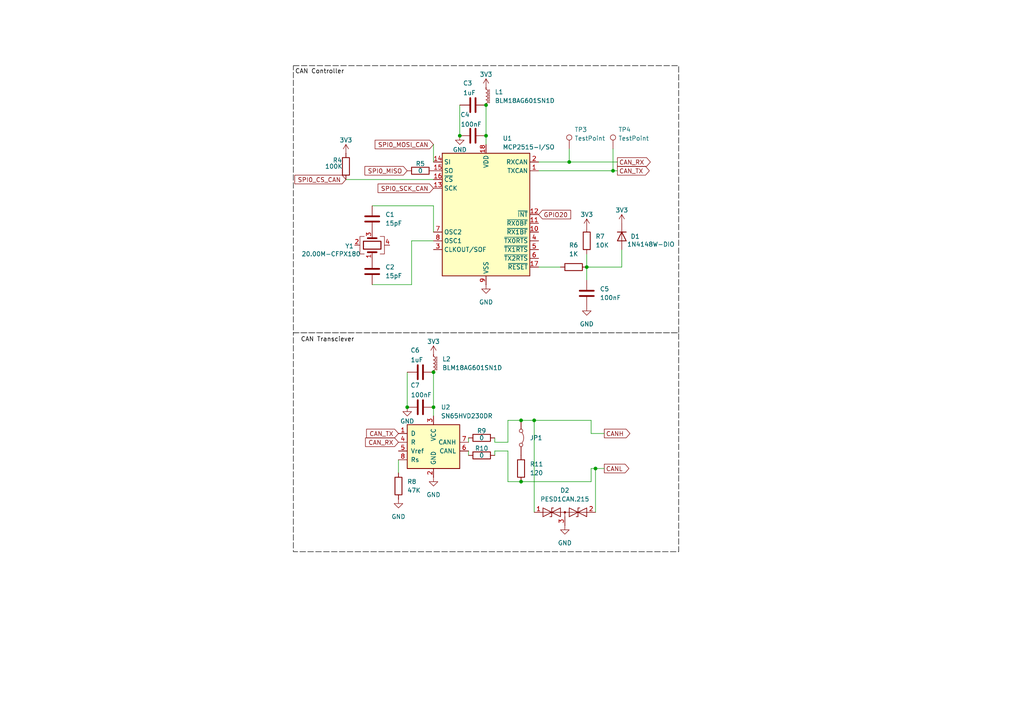
<source format=kicad_sch>
(kicad_sch (version 20250114) (generator "eeschema") (generator_version "9.0")
  (paper "A4")
  (title_block (title "CAN-Interface") (date "2025-10-26") (rev "1.0") (company "PKl"))
  (lib_symbols
    (symbol "Connector:TestPoint" (pin_numbers (hide yes)) (pin_names (offset 0.762) (hide yes))
      (property "Reference" "TP" (at 0 6.858 0))
      (property "Value" "TestPoint" (at 0 5.08 0))
      (symbol "TestPoint_0_1"
        (circle (center 0 3.302) (radius 0.762))
      )
      (symbol "TestPoint_1_1"
        (pin passive line (at 0 0 90) (length 2.54) (name "1") (number "1"))
      )
    )
    (symbol "Device:C" (pin_numbers (hide yes)) (pin_names (offset 0.254))
      (property "Reference" "C" (at 0.635 2.54 0))
      (property "Value" "C" (at 0.635 -2.54 0))
      (symbol "C_0_1"
        (polyline (pts (xy -2.032 0.762) (xy 2.032 0.762)) (stroke (width 0.508)))
        (polyline (pts (xy -2.032 -0.762) (xy 2.032 -0.762)) (stroke (width 0.508)))
      )
      (symbol "C_1_1"
        (pin passive line (at 0 3.81 270) (length 2.794) (name "~") (number "1"))
        (pin passive line (at 0 -3.81 90) (length 2.794) (name "~") (number "2"))
      )
    )
    (symbol "Device:Crystal_GND24" (pin_names (offset 1.016) (hide yes))
      (property "Reference" "Y" (at 3.175 5.08 0))
      (property "Value" "Crystal_GND24" (at 3.175 3.175 0))
      (symbol "Crystal_GND24_0_1"
        (polyline (pts (xy -2.54 2.286) (xy -2.54 3.556) (xy 2.54 3.556) (xy 2.54 2.286)))
        (polyline (pts (xy -2.54 0) (xy -2.032 0)))
        (polyline (pts (xy -2.54 -2.286) (xy -2.54 -3.556) (xy 2.54 -3.556) (xy 2.54 -2.286)))
        (polyline (pts (xy -2.032 -1.27) (xy -2.032 1.27)) (stroke (width 0.508)))
        (rectangle (start -1.143 2.54) (end 1.143 -2.54) (stroke (width 0.3048)))
        (polyline (pts (xy 0 3.556) (xy 0 3.81)))
        (polyline (pts (xy 0 -3.81) (xy 0 -3.556)))
        (polyline (pts (xy 2.032 0) (xy 2.54 0)))
        (polyline (pts (xy 2.032 -1.27) (xy 2.032 1.27)) (stroke (width 0.508)))
      )
      (symbol "Crystal_GND24_1_1"
        (pin passive line (at -3.81 0 0) (length 1.27) (name "1") (number "1"))
        (pin passive line (at 0 5.08 270) (length 1.27) (name "2") (number "2"))
        (pin passive line (at 0 -5.08 90) (length 1.27) (name "4") (number "4"))
        (pin passive line (at 3.81 0 180) (length 1.27) (name "3") (number "3"))
      )
    )
    (symbol "Device:L_Ferrite_Small" (pin_numbers (hide yes)) (pin_names (offset 0.254) (hide yes))
      (property "Reference" "L" (at 1.27 1.016 0))
      (property "Value" "L_Ferrite_Small" (at 1.27 -1.27 0))
      (symbol "L_Ferrite_Small_0_1"
        (arc (start 0 2.032) (mid 0.5058 1.524) (end 0 1.016))
        (arc (start 0 1.016) (mid 0.5058 0.508) (end 0 0))
        (arc (start 0 0) (mid 0.5058 -0.508) (end 0 -1.016))
        (arc (start 0 -1.016) (mid 0.5058 -1.524) (end 0 -2.032))
        (polyline (pts (xy 0.762 1.651) (xy 0.762 1.905)))
        (polyline (pts (xy 0.762 1.143) (xy 0.762 1.397)))
        (polyline (pts (xy 0.762 0.635) (xy 0.762 0.889)))
        (polyline (pts (xy 0.762 0.127) (xy 0.762 0.381)))
        (polyline (pts (xy 0.762 -0.381) (xy 0.762 -0.127)))
        (polyline (pts (xy 0.762 -0.889) (xy 0.762 -0.635)))
        (polyline (pts (xy 0.762 -1.397) (xy 0.762 -1.143)))
        (polyline (pts (xy 0.762 -1.905) (xy 0.762 -1.651)))
        (polyline (pts (xy 1.016 1.905) (xy 1.016 1.651)))
        (polyline (pts (xy 1.016 1.397) (xy 1.016 1.143)))
        (polyline (pts (xy 1.016 0.889) (xy 1.016 0.635)))
        (polyline (pts (xy 1.016 0.381) (xy 1.016 0.127)))
        (polyline (pts (xy 1.016 -0.127) (xy 1.016 -0.381)))
        (polyline (pts (xy 1.016 -0.635) (xy 1.016 -0.889)))
        (polyline (pts (xy 1.016 -1.143) (xy 1.016 -1.397)))
        (polyline (pts (xy 1.016 -1.651) (xy 1.016 -1.905)))
      )
      (symbol "L_Ferrite_Small_1_1"
        (pin passive line (at 0 2.54 270) (length 0.508) (name "~") (number "1"))
        (pin passive line (at 0 -2.54 90) (length 0.508) (name "~") (number "2"))
      )
    )
    (symbol "Device:R" (pin_numbers (hide yes)) (pin_names (offset 0))
      (property "Reference" "R" (at 2.032 0 90))
      (property "Value" "R" (at 0 0 90))
      (symbol "R_0_1"
        (rectangle (start -1.016 -2.54) (end 1.016 2.54) (stroke (width 0.254)))
      )
      (symbol "R_1_1"
        (pin passive line (at 0 3.81 270) (length 1.27) (name "~") (number "1"))
        (pin passive line (at 0 -3.81 90) (length 1.27) (name "~") (number "2"))
      )
    )
    (symbol "Diode:1N4148W" (pin_numbers (hide yes)) (pin_names (hide yes))
      (property "Reference" "D" (at 0 2.54 0))
      (property "Value" "1N4148W" (at 0 -2.54 0))
      (symbol "1N4148W_0_1"
        (polyline (pts (xy -1.27 1.27) (xy -1.27 -1.27)) (stroke (width 0.254)))
        (polyline (pts (xy 1.27 1.27) (xy 1.27 -1.27) (xy -1.27 0) (xy 1.27 1.27)) (stroke (width 0.254)))
        (polyline (pts (xy 1.27 0) (xy -1.27 0)))
      )
      (symbol "1N4148W_1_1"
        (pin passive line (at -3.81 0 0) (length 2.54) (name "K") (number "1"))
        (pin passive line (at 3.81 0 180) (length 2.54) (name "A") (number "2"))
      )
    )
    (symbol "Diode:SM712_SOT23" (pin_names (offset 1.016) (hide yes))
      (property "Reference" "D" (at 0 4.445 0))
      (property "Value" "SM712_SOT23" (at 0 2.54 0))
      (symbol "SM712_SOT23_0_0"
        (polyline (pts (xy 0 -1.27) (xy 0 0)))
      )
      (symbol "SM712_SOT23_0_1"
        (polyline (pts (xy -6.35 0) (xy 6.35 0)))
        (polyline (pts (xy -6.35 -1.27) (xy -1.27 1.27) (xy -1.27 -1.27) (xy -6.35 1.27) (xy -6.35 -1.27)) (stroke (width 0.2032)))
        (polyline (pts (xy -3.302 1.27) (xy -3.81 1.27) (xy -3.81 -1.27) (xy -4.318 -1.27)) (stroke (width 0.2032)))
        (circle (center 0 0) (radius 0.254) (fill (type outline)))
        (polyline (pts (xy 1.27 -1.27) (xy 1.27 1.27) (xy 6.35 -1.27) (xy 6.35 1.27) (xy 1.27 -1.27)) (stroke (width 0.2032)))
        (polyline (pts (xy 4.318 1.27) (xy 3.81 1.27) (xy 3.81 -1.27) (xy 3.302 -1.27)) (stroke (width 0.2032)))
      )
      (symbol "SM712_SOT23_1_1"
        (pin passive line (at -8.89 0 0) (length 2.54) (name "A1") (number "1"))
        (pin input line (at 0 -3.81 90) (length 2.54) (name "common") (number "3"))
        (pin passive line (at 8.89 0 180) (length 2.54) (name "A2") (number "2"))
      )
    )
    (symbol "Interface_CAN_LIN:MCP2515-xSO"
      (property "Reference" "U" (at -10.16 19.685 0))
      (property "Value" "MCP2515-xSO" (at 19.05 20.32 0))
      (symbol "MCP2515-xSO_0_1"
        (rectangle (start -12.7 17.78) (end 12.7 -17.78) (stroke (width 0.254)) (fill (type background)))
      )
      (symbol "MCP2515-xSO_1_1"
        (pin input line (at -15.24 15.24 0) (length 2.54) (name "SI") (number "14"))
        (pin output line (at -15.24 12.7 0) (length 2.54) (name "SO") (number "15"))
        (pin input line (at -15.24 10.16 0) (length 2.54) (name "~{CS}") (number "16"))
        (pin input line (at -15.24 7.62 0) (length 2.54) (name "SCK") (number "13"))
        (pin output line (at -15.24 -5.08 0) (length 2.54) (name "OSC2") (number "7"))
        (pin input line (at -15.24 -7.62 0) (length 2.54) (name "OSC1") (number "8"))
        (pin output line (at -15.24 -10.16 0) (length 2.54) (name "CLKOUT/SOF") (number "3"))
        (pin power_in line (at 0 20.32 270) (length 2.54) (name "VDD") (number "18"))
        (pin power_in line (at 0 -20.32 90) (length 2.54) (name "VSS") (number "9"))
        (pin input line (at 15.24 15.24 180) (length 2.54) (name "RXCAN") (number "2"))
        (pin output line (at 15.24 12.7 180) (length 2.54) (name "TXCAN") (number "1"))
        (pin output line (at 15.24 0 180) (length 2.54) (name "~{INT}") (number "12"))
        (pin output line (at 15.24 -2.54 180) (length 2.54) (name "~{RX0BF}") (number "11"))
        (pin output line (at 15.24 -5.08 180) (length 2.54) (name "~{RX1BF}") (number "10"))
        (pin input line (at 15.24 -7.62 180) (length 2.54) (name "~{TX0RTS}") (number "4"))
        (pin input line (at 15.24 -10.16 180) (length 2.54) (name "~{TX1RTS}") (number "5"))
        (pin input line (at 15.24 -12.7 180) (length 2.54) (name "~{TX2RTS}") (number "6"))
        (pin input line (at 15.24 -15.24 180) (length 2.54) (name "~{RESET}") (number "17"))
      )
    )
    (symbol "Interface_CAN_LIN:SN65HVD230" (pin_names (offset 1.016))
      (property "Reference" "U" (at -2.54 10.16 0))
      (property "Value" "SN65HVD230" (at -2.54 7.62 0))
      (symbol "SN65HVD230_0_1"
        (rectangle (start -7.62 5.08) (end 7.62 -7.62) (stroke (width 0.254)) (fill (type background)))
      )
      (symbol "SN65HVD230_1_1"
        (pin input line (at -10.16 2.54 0) (length 2.54) (name "D") (number "1"))
        (pin output line (at -10.16 0 0) (length 2.54) (name "R") (number "4"))
        (pin output line (at -10.16 -2.54 0) (length 2.54) (name "Vref") (number "5"))
        (pin input line (at -10.16 -5.08 0) (length 2.54) (name "Rs") (number "8"))
        (pin power_in line (at 0 7.62 270) (length 2.54) (name "VCC") (number "3"))
        (pin power_in line (at 0 -10.16 90) (length 2.54) (name "GND") (number "2"))
        (pin bidirectional line (at 10.16 0 180) (length 2.54) (name "CANH") (number "7"))
        (pin bidirectional line (at 10.16 -2.54 180) (length 2.54) (name "CANL") (number "6"))
      )
    )
    (symbol "Jumper:Jumper_2_Bridged" (pin_numbers (hide yes)) (pin_names (offset 0) (hide yes))
      (property "Reference" "JP" (at 0 1.905 0))
      (property "Value" "Jumper_2_Bridged" (at 0 -2.54 0))
      (symbol "Jumper_2_Bridged_0_0"
        (circle (center -2.032 0) (radius 0.508))
        (circle (center 2.032 0) (radius 0.508))
      )
      (symbol "Jumper_2_Bridged_0_1"
        (arc (start -1.524 0.254) (mid 0 0.762) (end 1.524 0.254))
      )
      (symbol "Jumper_2_Bridged_1_1"
        (pin passive line (at -5.08 0 0) (length 2.54) (name "A") (number "1"))
        (pin passive line (at 5.08 0 180) (length 2.54) (name "B") (number "2"))
      )
    )
    (symbol "power:+3.3V" (power) (pin_numbers (hide yes)) (pin_names (offset 0) (hide yes))
      (property "Value" "+3.3V" (at 0 3.556 0))
      (symbol "+3.3V_0_1"
        (polyline (pts (xy -0.762 1.27) (xy 0 2.54)))
        (polyline (pts (xy 0 2.54) (xy 0.762 1.27)))
        (polyline (pts (xy 0 0) (xy 0 2.54)))
      )
      (symbol "+3.3V_1_1"
        (pin power_in line (at 0 0 90) (length 0) (name "~") (number "1"))
      )
    )
    (symbol "power:GND" (power) (pin_numbers (hide yes)) (pin_names (offset 0) (hide yes))
      (property "Value" "GND" (at 0 -3.81 0))
      (symbol "GND_0_1"
        (polyline (pts (xy 0 0) (xy 0 -1.27) (xy 1.27 -1.27) (xy 0 -2.54) (xy -1.27 -1.27) (xy 0 -1.27)))
      )
      (symbol "GND_1_1"
        (pin power_in line (at 0 0 270) (length 0) (name "~") (number "1"))
      )
    )
  )
  (rectangle (start 85.09 19.05) (end 196.85 96.52) (stroke (width 0) (type dash) (color 0 0 0 1)))
  (rectangle (start 85.09 96.52) (end 196.85 160.02) (stroke (width 0) (type dash) (color 0 0 0 1)))
  (text "CAN Transciever" (at 94.996 98.552 0) (effects (font (size 1.27 1.27))))
  (text "CAN Controller" (at 92.71 20.828 0) (effects (font (size 1.27 1.27))))
  (junction (at 165.1 46.99))
  (junction (at 118.11 118.11))
  (junction (at 151.13 121.92))
  (junction (at 125.73 118.11))
  (junction (at 170.18 77.47))
  (junction (at 133.35 39.37))
  (junction (at 125.73 107.95))
  (junction (at 140.97 39.37))
  (junction (at 140.97 30.48))
  (junction (at 172.72 135.89))
  (junction (at 151.13 139.7))
  (junction (at 177.8 49.53))
  (junction (at 154.94 121.92))
  (wire (pts (xy 171.45 139.7) (xy 171.45 135.89)))
  (wire (pts (xy 133.35 30.48) (xy 133.35 39.37)))
  (wire (pts (xy 100.33 52.07) (xy 125.73 52.07)))
  (wire (pts (xy 177.8 43.18) (xy 177.8 49.53)))
  (wire (pts (xy 118.11 107.95) (xy 118.11 118.11)))
  (wire (pts (xy 170.18 77.47) (xy 180.34 77.47)))
  (wire (pts (xy 154.94 121.92) (xy 154.94 148.59)))
  (wire (pts (xy 125.73 69.85) (xy 119.38 69.85)))
  (wire (pts (xy 125.73 59.69) (xy 125.73 67.31)))
  (wire (pts (xy 115.57 133.35) (xy 115.57 137.16)))
  (wire (pts (xy 143.51 127) (xy 143.51 128.27)))
  (wire (pts (xy 147.32 130.81) (xy 147.32 139.7)))
  (wire (pts (xy 125.73 41.91) (xy 125.73 46.99)))
  (wire (pts (xy 125.73 118.11) (xy 125.73 120.65)))
  (wire (pts (xy 143.51 132.08) (xy 143.51 130.81)))
  (wire (pts (xy 147.32 121.92) (xy 151.13 121.92)))
  (wire (pts (xy 119.38 82.55) (xy 107.95 82.55)))
  (wire (pts (xy 170.18 73.66) (xy 170.18 77.47)))
  (wire (pts (xy 171.45 125.73) (xy 175.26 125.73)))
  (wire (pts (xy 125.73 107.95) (xy 125.73 118.11)))
  (wire (pts (xy 172.72 135.89) (xy 172.72 148.59)))
  (wire (pts (xy 171.45 135.89) (xy 172.72 135.89)))
  (wire (pts (xy 156.21 77.47) (xy 162.56 77.47)))
  (wire (pts (xy 165.1 43.18) (xy 165.1 46.99)))
  (wire (pts (xy 179.07 46.99) (xy 165.1 46.99)))
  (wire (pts (xy 171.45 121.92) (xy 171.45 125.73)))
  (wire (pts (xy 151.13 121.92) (xy 154.94 121.92)))
  (wire (pts (xy 107.95 59.69) (xy 125.73 59.69)))
  (wire (pts (xy 154.94 121.92) (xy 171.45 121.92)))
  (wire (pts (xy 119.38 69.85) (xy 119.38 82.55)))
  (wire (pts (xy 140.97 39.37) (xy 140.97 41.91)))
  (wire (pts (xy 135.89 127) (xy 135.89 128.27)))
  (wire (pts (xy 135.89 130.81) (xy 135.89 132.08)))
  (wire (pts (xy 147.32 121.92) (xy 147.32 128.27)))
  (wire (pts (xy 165.1 46.99) (xy 156.21 46.99)))
  (wire (pts (xy 177.8 49.53) (xy 156.21 49.53)))
  (wire (pts (xy 172.72 135.89) (xy 175.26 135.89)))
  (wire (pts (xy 170.18 77.47) (xy 170.18 81.28)))
  (wire (pts (xy 179.07 49.53) (xy 177.8 49.53)))
  (wire (pts (xy 147.32 139.7) (xy 151.13 139.7)))
  (wire (pts (xy 180.34 77.47) (xy 180.34 72.39)))
  (wire (pts (xy 143.51 128.27) (xy 147.32 128.27)))
  (wire (pts (xy 143.51 130.81) (xy 147.32 130.81)))
  (wire (pts (xy 140.97 30.48) (xy 140.97 39.37)))
  (wire (pts (xy 151.13 139.7) (xy 171.45 139.7)))
  (global_label "CAN_TX" (shape input) (at 115.57 125.73 180) (property "Intersheetrefs" "${INTERSHEET_REFS}" (effects (hide yes))))
  (global_label "CAN_RX" (shape output) (at 179.07 46.99 0) (property "Intersheetrefs" "${INTERSHEET_REFS}" (effects (hide yes))))
  (global_label "CANL" (shape output) (at 175.26 135.89 0) (property "Intersheetrefs" "${INTERSHEET_REFS}" (effects (hide yes))))
  (global_label "CAN_RX" (shape input) (at 115.57 128.27 180) (property "Intersheetrefs" "${INTERSHEET_REFS}" (effects (hide yes))))
  (global_label "SPI0_CS_CAN" (shape input) (at 100.33 52.07 180) (property "Intersheetrefs" "${INTERSHEET_REFS}" (effects (hide yes))))
  (global_label "CANH" (shape output) (at 175.26 125.73 0) (property "Intersheetrefs" "${INTERSHEET_REFS}" (effects (hide yes))))
  (global_label "SPI0_SCK_CAN" (shape input) (at 125.73 54.61 180) (property "Intersheetrefs" "${INTERSHEET_REFS}" (effects (hide yes))))
  (global_label "SPI0_MISO" (shape input) (at 118.11 49.53 180) (property "Intersheetrefs" "${INTERSHEET_REFS}" (effects (hide yes))))
  (global_label "GPIO20" (shape input) (at 156.21 62.23 0) (property "Intersheetrefs" "${INTERSHEET_REFS}" (effects (hide yes))))
  (global_label "SPI0_MOSI_CAN" (shape input) (at 125.73 41.91 180) (property "Intersheetrefs" "${INTERSHEET_REFS}" (effects (hide yes))))
  (global_label "CAN_TX" (shape output) (at 179.07 49.53 0) (property "Intersheetrefs" "${INTERSHEET_REFS}" (effects (hide yes))))
  (symbol (lib_id "Device:R") (at 115.57 140.97 0) (unit 1)
    (property "Reference" "R8" (at 118.11 139.6999 0) (effects (justify left)))
    (property "Value" "47K" (at 118.11 142.2399 0) (effects (justify left)))
    (property "Footprint" "Resistor_SMD:R_0805_2012Metric" (effects (hide yes)))
    (property "Description" "Resistor" (effects (hide yes)))
  )
  (symbol (lib_id "power:GND") (at 118.11 118.11 0) (unit 1)
    (property "Reference" "#PWR014" (effects (hide yes)))
    (property "Value" "GND" (at 118.11 122.174 0))
    (property "Description" "Power symbol creates a global label with name \"GND\" , ground" (effects (hide yes)))
  )
  (symbol (lib_id "power:GND") (at 125.73 138.43 0) (unit 1)
    (property "Reference" "#PWR012" (effects (hide yes)))
    (property "Value" "GND" (at 125.73 143.51 0))
    (property "Description" "Power symbol creates a global label with name \"GND\" , ground" (effects (hide yes)))
  )
  (symbol (lib_id "Device:C") (at 137.16 39.37 270) (unit 1)
    (property "Reference" "C4" (at 134.874 33.274 90))
    (property "Value" "100nF" (at 136.652 36.068 90))
    (property "Footprint" "Capacitor_SMD:C_0805_2012Metric" (effects (hide yes)))
    (property "Description" "Unpolarized capacitor" (effects (hide yes)))
  )
  (symbol (lib_id "power:+3.3V") (at 100.33 44.45 0) (unit 1)
    (property "Reference" "#PWR017" (effects (hide yes)))
    (property "Value" "3V3" (at 100.33 40.64 0))
    (property "Description" "Power symbol creates a global label with name \"+3.3V\"" (effects (hide yes)))
  )
  (symbol (lib_id "power:+3.3V") (at 125.73 102.87 0) (unit 1)
    (property "Reference" "#PWR011" (effects (hide yes)))
    (property "Value" "3V3" (at 125.73 99.06 0))
    (property "Description" "Power symbol creates a global label with name \"+3.3V\"" (effects (hide yes)))
  )
  (symbol (lib_id "Device:R") (at 100.33 48.26 0) (unit 1)
    (property "Reference" "R4" (at 96.52 46.482 0) (effects (justify left)))
    (property "Value" "100K" (at 94.234 48.26 0) (effects (justify left)))
    (property "Footprint" "Resistor_SMD:R_0805_2012Metric" (effects (hide yes)))
    (property "Description" "Resistor" (effects (hide yes)))
  )
  (symbol (lib_id "power:+3.3V") (at 180.34 64.77 0) (unit 1)
    (property "Reference" "#PWR09" (effects (hide yes)))
    (property "Value" "3V3" (at 180.34 60.96 0))
    (property "Description" "Power symbol creates a global label with name \"+3.3V\"" (effects (hide yes)))
  )
  (symbol (lib_id "Jumper:Jumper_2_Bridged") (at 151.13 127 270) (unit 1)
    (property "Reference" "JP1" (at 153.67 126.9999 90) (effects (justify left)))
    (property "Value" "Jumper_2_Bridged" (effects (hide yes)))
    (property "Footprint" "Connector_PinHeader_2.54mm:PinHeader_1x02_P2.54mm_Vertical" (effects (hide yes)))
    (property "Description" "Jumper, 2-pole, closed/bridged" (effects (hide yes)))
  )
  (symbol (lib_id "power:GND") (at 140.97 82.55 0) (unit 1)
    (property "Reference" "#PWR06" (effects (hide yes)))
    (property "Value" "GND" (at 140.97 87.63 0))
    (property "Description" "Power symbol creates a global label with name \"GND\" , ground" (effects (hide yes)))
  )
  (symbol (lib_id "power:GND") (at 163.83 152.4 0) (unit 1)
    (property "Reference" "#PWR015" (effects (hide yes)))
    (property "Value" "GND" (at 163.83 157.48 0))
    (property "Description" "Power symbol creates a global label with name \"GND\" , ground" (effects (hide yes)))
  )
  (symbol (lib_id "Connector:TestPoint") (at 177.8 43.18 0) (unit 1)
    (property "Reference" "TP4" (at 179.324 37.592 0) (effects (justify left)))
    (property "Value" "TestPoint" (at 179.324 40.132 0) (effects (justify left)))
    (property "Footprint" "TestPoint:TestPoint_Pad_2.0x2.0mm" (effects (hide yes)))
    (property "Description" "test point" (effects (hide yes)))
  )
  (symbol (lib_id "power:GND") (at 170.18 88.9 0) (unit 1)
    (property "Reference" "#PWR08" (effects (hide yes)))
    (property "Value" "GND" (at 170.18 93.98 0))
    (property "Description" "Power symbol creates a global label with name \"GND\" , ground" (effects (hide yes)))
  )
  (symbol (lib_id "power:GND") (at 115.57 144.78 0) (unit 1)
    (property "Reference" "#PWR013" (effects (hide yes)))
    (property "Value" "GND" (at 115.57 149.86 0))
    (property "Description" "Power symbol creates a global label with name \"GND\" , ground" (effects (hide yes)))
  )
  (symbol (lib_id "Device:R") (at 121.92 49.53 90) (unit 1)
    (property "Reference" "R5" (at 121.92 47.498 90))
    (property "Value" "0" (at 121.92 49.53 90))
    (property "Footprint" "Resistor_SMD:R_0805_2012Metric" (effects (hide yes)))
    (property "Description" "Resistor" (effects (hide yes)))
  )
  (symbol (lib_id "Device:C") (at 170.18 85.09 0) (unit 1)
    (property "Reference" "C5" (at 173.99 83.8199 0) (effects (justify left)))
    (property "Value" "100nF" (at 173.99 86.3599 0) (effects (justify left)))
    (property "Footprint" "Capacitor_SMD:C_0805_2012Metric" (effects (hide yes)))
    (property "Description" "Unpolarized capacitor" (effects (hide yes)))
  )
  (symbol (lib_id "Device:R") (at 139.7 132.08 90) (unit 1)
    (property "Reference" "R10" (at 139.7 130.048 90))
    (property "Value" "0" (at 139.7 132.08 90))
    (property "Footprint" "Resistor_SMD:R_0805_2012Metric" (effects (hide yes)))
    (property "Description" "Resistor" (effects (hide yes)))
  )
  (symbol (lib_id "Diode:1N4148W") (at 180.34 68.58 270) (unit 1)
    (property "Reference" "D1" (at 182.88 68.58 90) (effects (justify left)))
    (property "Value" "1N4148W-DIO" (at 181.864 70.866 90) (effects (justify left)))
    (property "Footprint" "Diode_SMD:D_SOD-123F" (effects (hide yes)))
    (property "Datasheet" "https://www.vishay.com/docs/85748/1n4148w.pdf" (effects (hide yes)))
    (property "Description" "75V 0.15A Fast Switching Diode, SOD-123" (effects (hide yes)))
    (property "Sim.Device" "D" (effects (hide yes)))
    (property "Sim.Pins" "1=K 2=A" (effects (hide yes)))
  )
  (symbol (lib_id "Interface_CAN_LIN:MCP2515-xSO") (at 140.97 62.23 0) (unit 1)
    (property "Reference" "U1" (at 145.796 40.132 0) (effects (justify left)))
    (property "Value" "MCP2515-I/SO" (at 145.796 42.672 0) (effects (justify left)))
    (property "Footprint" "Package_SO:SOIC-18W_7.5x11.6mm_P1.27mm" (effects (hide yes)))
    (property "Datasheet" "http://ww1.microchip.com/downloads/en/DeviceDoc/21801e.pdf" (effects (hide yes)))
    (property "Description" "Stand-Alone CAN Controller with SPI Interface, SOIC-18" (effects (hide yes)))
  )
  (symbol (lib_id "Device:R") (at 166.37 77.47 270) (unit 1)
    (property "Reference" "R6" (at 166.37 71.12 90))
    (property "Value" "1K" (at 166.37 73.66 90))
    (property "Footprint" "Resistor_SMD:R_0805_2012Metric" (effects (hide yes)))
    (property "Description" "Resistor" (effects (hide yes)))
  )
  (symbol (lib_id "Diode:SM712_SOT23") (at 163.83 148.59 0) (unit 1)
    (property "Reference" "D2" (at 163.83 142.24 0))
    (property "Value" "PESD1CAN.215" (at 163.83 144.78 0))
    (property "Footprint" "Package_TO_SOT_SMD:SOT-23" (effects (hide yes)))
    (property "Datasheet" "https://www.littelfuse.com/~/media/electronics/datasheets/tvs_diode_arrays/littelfuse_tvs_diode_array_sm712_datasheet.pdf.pdf" (effects (hide yes)))
    (property "Description" "7V/12V, 600W Asymmetrical TVS Diode Array, SOT-23" (effects (hide yes)))
  )
  (symbol (lib_id "Device:C") (at 107.95 78.74 0) (unit 1)
    (property "Reference" "C2" (at 111.76 77.4699 0) (effects (justify left)))
    (property "Value" "15pF" (at 111.76 80.0099 0) (effects (justify left)))
    (property "Footprint" "Capacitor_SMD:C_0805_2012Metric" (effects (hide yes)))
    (property "Description" "Unpolarized capacitor" (effects (hide yes)))
  )
  (symbol (lib_id "power:+3.3V") (at 170.18 66.04 0) (unit 1)
    (property "Reference" "#PWR07" (effects (hide yes)))
    (property "Value" "3V3" (at 170.18 62.23 0))
    (property "Description" "Power symbol creates a global label with name \"+3.3V\"" (effects (hide yes)))
  )
  (symbol (lib_id "Interface_CAN_LIN:SN65HVD230") (at 125.73 128.27 0) (unit 1)
    (property "Reference" "U2" (at 127.8733 118.11 0) (effects (justify left)))
    (property "Value" "SN65HVD230DR" (at 127.8733 120.65 0) (effects (justify left)))
    (property "Footprint" "Package_SO:SOIC-8_3.9x4.9mm_P1.27mm" (effects (hide yes)))
    (property "Datasheet" "http://www.ti.com/lit/ds/symlink/sn65hvd230.pdf" (effects (hide yes)))
    (property "Description" "CAN Bus Transceivers, 3.3V, 1Mbps, Low-Power capabilities, SOIC-8" (effects (hide yes)))
  )
  (symbol (lib_id "Device:R") (at 151.13 135.89 0) (unit 1)
    (property "Reference" "R11" (at 153.67 134.6199 0) (effects (justify left)))
    (property "Value" "120" (at 153.67 137.1599 0) (effects (justify left)))
    (property "Footprint" "Resistor_SMD:R_0805_2012Metric" (effects (hide yes)))
    (property "Description" "Resistor" (effects (hide yes)))
  )
  (symbol (lib_id "Device:Crystal_GND24") (at 107.95 71.12 90) (unit 1)
    (property "Reference" "Y1" (at 101.346 71.374 90))
    (property "Value" "20.00M-CFPX180" (at 96.012 73.66 90))
    (property "Footprint" "Crystal:Crystal_SMD_3225-4Pin_3.2x2.5mm" (effects (hide yes)))
    (property "Description" "Four pin crystal, GND on pins 2 and 4" (effects (hide yes)))
  )
  (symbol (lib_id "Device:C") (at 137.16 30.48 270) (unit 1)
    (property "Reference" "C3" (at 135.636 24.13 90))
    (property "Value" "1uF" (at 136.144 26.924 90))
    (property "Footprint" "Capacitor_SMD:C_0603_1608Metric" (effects (hide yes)))
    (property "Description" "Unpolarized capacitor" (effects (hide yes)))
  )
  (symbol (lib_id "Device:C") (at 121.92 107.95 270) (unit 1)
    (property "Reference" "C6" (at 120.396 101.6 90))
    (property "Value" "1uF" (at 120.904 104.394 90))
    (property "Footprint" "Capacitor_SMD:C_0603_1608Metric" (effects (hide yes)))
    (property "Description" "Unpolarized capacitor" (effects (hide yes)))
  )
  (symbol (lib_id "Device:R") (at 170.18 69.85 0) (unit 1)
    (property "Reference" "R7" (at 172.72 68.5799 0) (effects (justify left)))
    (property "Value" "10K" (at 172.72 71.1199 0) (effects (justify left)))
    (property "Footprint" "Resistor_SMD:R_0805_2012Metric" (effects (hide yes)))
    (property "Description" "Resistor" (effects (hide yes)))
  )
  (symbol (lib_id "Device:C") (at 107.95 63.5 0) (unit 1)
    (property "Reference" "C1" (at 111.76 62.2299 0) (effects (justify left)))
    (property "Value" "15pF" (at 111.76 64.7699 0) (effects (justify left)))
    (property "Footprint" "Capacitor_SMD:C_0805_2012Metric" (effects (hide yes)))
    (property "Description" "Unpolarized capacitor" (effects (hide yes)))
  )
  (symbol (lib_id "Device:L_Ferrite_Small") (at 140.97 27.94 0) (unit 1)
    (property "Reference" "L1" (at 143.51 26.6699 0) (effects (justify left)))
    (property "Value" "BLM18AG601SN1D" (at 143.51 29.2099 0) (effects (justify left)))
    (property "Footprint" "Inductor_SMD:L_0603_1608Metric" (effects (hide yes)))
    (property "Description" "Inductor with ferrite core, small symbol" (effects (hide yes)))
  )
  (symbol (lib_id "power:GND") (at 133.35 39.37 0) (unit 1)
    (property "Reference" "#PWR010" (effects (hide yes)))
    (property "Value" "GND" (at 133.35 43.434 0))
    (property "Description" "Power symbol creates a global label with name \"GND\" , ground" (effects (hide yes)))
  )
  (symbol (lib_id "Connector:TestPoint") (at 165.1 43.18 0) (unit 1)
    (property "Reference" "TP3" (at 166.624 37.592 0) (effects (justify left)))
    (property "Value" "TestPoint" (at 166.624 40.132 0) (effects (justify left)))
    (property "Footprint" "TestPoint:TestPoint_Pad_2.0x2.0mm" (effects (hide yes)))
    (property "Description" "test point" (effects (hide yes)))
  )
  (symbol (lib_id "power:+3.3V") (at 140.97 25.4 0) (unit 1)
    (property "Reference" "#PWR05" (effects (hide yes)))
    (property "Value" "3V3" (at 140.97 21.59 0))
    (property "Description" "Power symbol creates a global label with name \"+3.3V\"" (effects (hide yes)))
  )
  (symbol (lib_id "Device:L_Ferrite_Small") (at 125.73 105.41 0) (unit 1)
    (property "Reference" "L2" (at 128.27 104.1399 0) (effects (justify left)))
    (property "Value" "BLM18AG601SN1D" (at 128.27 106.6799 0) (effects (justify left)))
    (property "Footprint" "Inductor_SMD:L_0603_1608Metric" (effects (hide yes)))
    (property "Description" "Inductor with ferrite core, small symbol" (effects (hide yes)))
  )
  (symbol (lib_id "Device:R") (at 139.7 127 90) (unit 1)
    (property "Reference" "R9" (at 139.7 124.968 90))
    (property "Value" "0" (at 139.7 127 90))
    (property "Footprint" "Resistor_SMD:R_0805_2012Metric" (effects (hide yes)))
    (property "Description" "Resistor" (effects (hide yes)))
  )
  (symbol (lib_id "Device:C") (at 121.92 118.11 270) (unit 1)
    (property "Reference" "C7" (at 120.396 111.76 90))
    (property "Value" "100nF" (at 122.174 114.554 90))
    (property "Footprint" "Capacitor_SMD:C_0805_2012Metric" (effects (hide yes)))
    (property "Description" "Unpolarized capacitor" (effects (hide yes)))
  )
)
</source>
